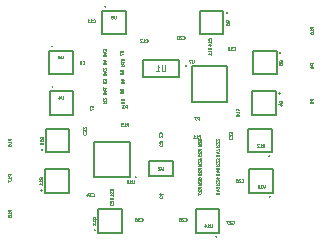
<source format=gbo>
G04 #@! TF.GenerationSoftware,KiCad,Pcbnew,(2018-02-05 revision d1a45d147)-makepkg*
G04 #@! TF.CreationDate,2019-01-11T16:44:05-08:00*
G04 #@! TF.ProjectId,6s4in1,367334696E312E6B696361645F706362,rev?*
G04 #@! TF.SameCoordinates,Original*
G04 #@! TF.FileFunction,Legend,Bot*
G04 #@! TF.FilePolarity,Positive*
%FSLAX46Y46*%
G04 Gerber Fmt 4.6, Leading zero omitted, Abs format (unit mm)*
G04 Created by KiCad (PCBNEW (2018-02-05 revision d1a45d147)-makepkg) date 01/11/19 16:44:05*
%MOMM*%
%LPD*%
G01*
G04 APERTURE LIST*
%ADD10C,0.150000*%
%ADD11C,0.100000*%
%ADD12C,0.062500*%
%ADD13C,0.125000*%
G04 APERTURE END LIST*
D10*
X20585000Y-27415000D02*
X22585000Y-27415000D01*
X22585000Y-27415000D02*
X22585000Y-29415000D01*
X22585000Y-29415000D02*
X20585000Y-29415000D01*
X20585000Y-29415000D02*
X20585000Y-27415000D01*
D11*
X20905711Y-27065000D02*
G75*
G03X20905711Y-27065000I-70711J0D01*
G01*
D10*
X20535000Y-23985000D02*
X22535000Y-23985000D01*
X22535000Y-23985000D02*
X22535000Y-25985000D01*
X22535000Y-25985000D02*
X20535000Y-25985000D01*
X20535000Y-25985000D02*
X20535000Y-23985000D01*
D11*
X20855711Y-23635000D02*
G75*
G03X20855711Y-23635000I-70711J0D01*
G01*
D10*
X25050000Y-20610000D02*
X27050000Y-20610000D01*
X27050000Y-20610000D02*
X27050000Y-22610000D01*
X27050000Y-22610000D02*
X25050000Y-22610000D01*
X25050000Y-22610000D02*
X25050000Y-20610000D01*
D11*
X25370711Y-20260000D02*
G75*
G03X25370711Y-20260000I-70711J0D01*
G01*
X40130711Y-27615000D02*
G75*
G03X40130711Y-27615000I-70711J0D01*
G01*
D10*
X37760000Y-29415000D02*
X39760000Y-29415000D01*
X37760000Y-27415000D02*
X37760000Y-29415000D01*
X39760000Y-27415000D02*
X37760000Y-27415000D01*
X39760000Y-29415000D02*
X39760000Y-27415000D01*
D11*
X40180711Y-24185000D02*
G75*
G03X40180711Y-24185000I-70711J0D01*
G01*
D10*
X37810000Y-25985000D02*
X39810000Y-25985000D01*
X37810000Y-23985000D02*
X37810000Y-25985000D01*
X39810000Y-23985000D02*
X37810000Y-23985000D01*
X39810000Y-25985000D02*
X39810000Y-23985000D01*
D11*
X35665711Y-20810000D02*
G75*
G03X35665711Y-20810000I-70711J0D01*
G01*
D10*
X33295000Y-22610000D02*
X35295000Y-22610000D01*
X33295000Y-20610000D02*
X33295000Y-22610000D01*
X35295000Y-20610000D02*
X33295000Y-20610000D01*
X35295000Y-22610000D02*
X35295000Y-20610000D01*
X20240000Y-30585000D02*
X20240000Y-32585000D01*
X20240000Y-32585000D02*
X22240000Y-32585000D01*
X22240000Y-32585000D02*
X22240000Y-30585000D01*
X22240000Y-30585000D02*
X20240000Y-30585000D01*
D11*
X20010711Y-32385000D02*
G75*
G03X20010711Y-32385000I-70711J0D01*
G01*
D10*
X20190000Y-34015000D02*
X20190000Y-36015000D01*
X20190000Y-36015000D02*
X22190000Y-36015000D01*
X22190000Y-36015000D02*
X22190000Y-34015000D01*
X22190000Y-34015000D02*
X20190000Y-34015000D01*
D11*
X19960711Y-35815000D02*
G75*
G03X19960711Y-35815000I-70711J0D01*
G01*
D10*
X24705000Y-37390000D02*
X24705000Y-39390000D01*
X24705000Y-39390000D02*
X26705000Y-39390000D01*
X26705000Y-39390000D02*
X26705000Y-37390000D01*
X26705000Y-37390000D02*
X24705000Y-37390000D01*
D11*
X24475711Y-39190000D02*
G75*
G03X24475711Y-39190000I-70711J0D01*
G01*
D10*
X31520000Y-26200000D02*
X28480000Y-26200000D01*
X28480000Y-26200000D02*
X28480000Y-24800000D01*
X28480000Y-24800000D02*
X31520000Y-24800000D01*
X31520000Y-26200000D02*
X31520000Y-24800000D01*
X29000000Y-33325000D02*
X31000000Y-33325000D01*
X31000000Y-33325000D02*
X31000000Y-34575000D01*
X29000000Y-33325000D02*
X29000000Y-34575000D01*
X29000000Y-34575000D02*
X31000000Y-34575000D01*
D11*
X32200711Y-25300000D02*
G75*
G03X32200711Y-25300000I-70711J0D01*
G01*
D10*
X32630000Y-28300000D02*
X32630000Y-25300000D01*
X35630000Y-28300000D02*
X32630000Y-28300000D01*
X35630000Y-25300000D02*
X35630000Y-28300000D01*
X32630000Y-25300000D02*
X35630000Y-25300000D01*
D11*
X39235711Y-32935000D02*
G75*
G03X39235711Y-32935000I-70711J0D01*
G01*
D10*
X39415000Y-30585000D02*
X39415000Y-32585000D01*
X37415000Y-30585000D02*
X39415000Y-30585000D01*
X37415000Y-32585000D02*
X37415000Y-30585000D01*
X39415000Y-32585000D02*
X37415000Y-32585000D01*
D11*
X39285711Y-36365000D02*
G75*
G03X39285711Y-36365000I-70711J0D01*
G01*
D10*
X39465000Y-34015000D02*
X39465000Y-36015000D01*
X37465000Y-34015000D02*
X39465000Y-34015000D01*
X37465000Y-36015000D02*
X37465000Y-34015000D01*
X39465000Y-36015000D02*
X37465000Y-36015000D01*
D11*
X34770711Y-39740000D02*
G75*
G03X34770711Y-39740000I-70711J0D01*
G01*
D10*
X34950000Y-37390000D02*
X34950000Y-39390000D01*
X32950000Y-37390000D02*
X34950000Y-37390000D01*
X32950000Y-39390000D02*
X32950000Y-37390000D01*
X34950000Y-39390000D02*
X32950000Y-39390000D01*
X27370000Y-34700000D02*
X24370000Y-34700000D01*
X24370000Y-34700000D02*
X24370000Y-31700000D01*
X24370000Y-31700000D02*
X27370000Y-31700000D01*
X27370000Y-31700000D02*
X27370000Y-34700000D01*
D11*
X27940711Y-34700000D02*
G75*
G03X27940711Y-34700000I-70711J0D01*
G01*
D12*
X33402431Y-35675421D02*
X33283383Y-35592088D01*
X33402431Y-35532564D02*
X33152431Y-35532564D01*
X33152431Y-35627802D01*
X33164336Y-35651612D01*
X33176240Y-35663516D01*
X33200050Y-35675421D01*
X33235764Y-35675421D01*
X33259574Y-35663516D01*
X33271478Y-35651612D01*
X33283383Y-35627802D01*
X33283383Y-35532564D01*
X33176240Y-35770659D02*
X33164336Y-35782564D01*
X33152431Y-35806374D01*
X33152431Y-35865897D01*
X33164336Y-35889707D01*
X33176240Y-35901612D01*
X33200050Y-35913516D01*
X33223859Y-35913516D01*
X33259574Y-35901612D01*
X33402431Y-35758755D01*
X33402431Y-35913516D01*
X33152431Y-35996850D02*
X33152431Y-36163516D01*
X33402431Y-36056374D01*
X17313095Y-37446428D02*
X17063095Y-37446428D01*
X17063095Y-37541666D01*
X17075000Y-37565476D01*
X17086904Y-37577380D01*
X17110714Y-37589285D01*
X17146428Y-37589285D01*
X17170238Y-37577380D01*
X17182142Y-37565476D01*
X17194047Y-37541666D01*
X17194047Y-37446428D01*
X17313095Y-37827380D02*
X17313095Y-37684523D01*
X17313095Y-37755952D02*
X17063095Y-37755952D01*
X17098809Y-37732142D01*
X17122619Y-37708333D01*
X17134523Y-37684523D01*
X17170238Y-37970238D02*
X17158333Y-37946428D01*
X17146428Y-37934523D01*
X17122619Y-37922619D01*
X17110714Y-37922619D01*
X17086904Y-37934523D01*
X17075000Y-37946428D01*
X17063095Y-37970238D01*
X17063095Y-38017857D01*
X17075000Y-38041666D01*
X17086904Y-38053571D01*
X17110714Y-38065476D01*
X17122619Y-38065476D01*
X17146428Y-38053571D01*
X17158333Y-38041666D01*
X17170238Y-38017857D01*
X17170238Y-37970238D01*
X17182142Y-37946428D01*
X17194047Y-37934523D01*
X17217857Y-37922619D01*
X17265476Y-37922619D01*
X17289285Y-37934523D01*
X17301190Y-37946428D01*
X17313095Y-37970238D01*
X17313095Y-38017857D01*
X17301190Y-38041666D01*
X17289285Y-38053571D01*
X17265476Y-38065476D01*
X17217857Y-38065476D01*
X17194047Y-38053571D01*
X17182142Y-38041666D01*
X17170238Y-38017857D01*
X26596904Y-25130714D02*
X26715952Y-25214047D01*
X26596904Y-25273571D02*
X26846904Y-25273571D01*
X26846904Y-25178333D01*
X26835000Y-25154523D01*
X26823095Y-25142619D01*
X26799285Y-25130714D01*
X26763571Y-25130714D01*
X26739761Y-25142619D01*
X26727857Y-25154523D01*
X26715952Y-25178333D01*
X26715952Y-25273571D01*
X26596904Y-24892619D02*
X26596904Y-25035476D01*
X26596904Y-24964047D02*
X26846904Y-24964047D01*
X26811190Y-24987857D01*
X26787380Y-25011666D01*
X26775476Y-25035476D01*
X26846904Y-24737857D02*
X26846904Y-24714047D01*
X26835000Y-24690238D01*
X26823095Y-24678333D01*
X26799285Y-24666428D01*
X26751666Y-24654523D01*
X26692142Y-24654523D01*
X26644523Y-24666428D01*
X26620714Y-24678333D01*
X26608809Y-24690238D01*
X26596904Y-24714047D01*
X26596904Y-24737857D01*
X26608809Y-24761666D01*
X26620714Y-24773571D01*
X26644523Y-24785476D01*
X26692142Y-24797380D01*
X26751666Y-24797380D01*
X26799285Y-24785476D01*
X26823095Y-24773571D01*
X26835000Y-24761666D01*
X26846904Y-24737857D01*
X17313095Y-34446428D02*
X17063095Y-34446428D01*
X17063095Y-34541666D01*
X17075000Y-34565476D01*
X17086904Y-34577380D01*
X17110714Y-34589285D01*
X17146428Y-34589285D01*
X17170238Y-34577380D01*
X17182142Y-34565476D01*
X17194047Y-34541666D01*
X17194047Y-34446428D01*
X17313095Y-34827380D02*
X17313095Y-34684523D01*
X17313095Y-34755952D02*
X17063095Y-34755952D01*
X17098809Y-34732142D01*
X17122619Y-34708333D01*
X17134523Y-34684523D01*
X17063095Y-34910714D02*
X17063095Y-35077380D01*
X17313095Y-34970238D01*
X25097568Y-25934578D02*
X25216616Y-26017911D01*
X25097568Y-26077435D02*
X25347568Y-26077435D01*
X25347568Y-25982197D01*
X25335664Y-25958387D01*
X25323759Y-25946483D01*
X25299949Y-25934578D01*
X25264235Y-25934578D01*
X25240425Y-25946483D01*
X25228521Y-25958387D01*
X25216616Y-25982197D01*
X25216616Y-26077435D01*
X25264235Y-25720292D02*
X25097568Y-25720292D01*
X25359473Y-25779816D02*
X25180902Y-25839340D01*
X25180902Y-25684578D01*
X25323759Y-25601244D02*
X25335664Y-25589340D01*
X25347568Y-25565530D01*
X25347568Y-25506006D01*
X25335664Y-25482197D01*
X25323759Y-25470292D01*
X25299949Y-25458387D01*
X25276140Y-25458387D01*
X25240425Y-25470292D01*
X25097568Y-25613149D01*
X25097568Y-25458387D01*
X25096904Y-25011666D02*
X25215952Y-25095000D01*
X25096904Y-25154523D02*
X25346904Y-25154523D01*
X25346904Y-25059285D01*
X25335000Y-25035476D01*
X25323095Y-25023571D01*
X25299285Y-25011666D01*
X25263571Y-25011666D01*
X25239761Y-25023571D01*
X25227857Y-25035476D01*
X25215952Y-25059285D01*
X25215952Y-25154523D01*
X25263571Y-24797380D02*
X25096904Y-24797380D01*
X25358809Y-24856904D02*
X25180238Y-24916428D01*
X25180238Y-24761666D01*
X26596904Y-26621666D02*
X26715952Y-26705000D01*
X26596904Y-26764523D02*
X26846904Y-26764523D01*
X26846904Y-26669285D01*
X26835000Y-26645476D01*
X26823095Y-26633571D01*
X26799285Y-26621666D01*
X26763571Y-26621666D01*
X26739761Y-26633571D01*
X26727857Y-26645476D01*
X26715952Y-26669285D01*
X26715952Y-26764523D01*
X26596904Y-26502619D02*
X26596904Y-26455000D01*
X26608809Y-26431190D01*
X26620714Y-26419285D01*
X26656428Y-26395476D01*
X26704047Y-26383571D01*
X26799285Y-26383571D01*
X26823095Y-26395476D01*
X26835000Y-26407380D01*
X26846904Y-26431190D01*
X26846904Y-26478809D01*
X26835000Y-26502619D01*
X26823095Y-26514523D01*
X26799285Y-26526428D01*
X26739761Y-26526428D01*
X26715952Y-26514523D01*
X26704047Y-26502619D01*
X26692142Y-26478809D01*
X26692142Y-26431190D01*
X26704047Y-26407380D01*
X26715952Y-26395476D01*
X26739761Y-26383571D01*
X17313095Y-31446428D02*
X17063095Y-31446428D01*
X17063095Y-31541666D01*
X17075000Y-31565476D01*
X17086904Y-31577380D01*
X17110714Y-31589285D01*
X17146428Y-31589285D01*
X17170238Y-31577380D01*
X17182142Y-31565476D01*
X17194047Y-31541666D01*
X17194047Y-31446428D01*
X17313095Y-31827380D02*
X17313095Y-31684523D01*
X17313095Y-31755952D02*
X17063095Y-31755952D01*
X17098809Y-31732142D01*
X17122619Y-31708333D01*
X17134523Y-31684523D01*
X17063095Y-32041666D02*
X17063095Y-31994047D01*
X17075000Y-31970238D01*
X17086904Y-31958333D01*
X17122619Y-31934523D01*
X17170238Y-31922619D01*
X17265476Y-31922619D01*
X17289285Y-31934523D01*
X17301190Y-31946428D01*
X17313095Y-31970238D01*
X17313095Y-32017857D01*
X17301190Y-32041666D01*
X17289285Y-32053571D01*
X17265476Y-32065476D01*
X17205952Y-32065476D01*
X17182142Y-32053571D01*
X17170238Y-32041666D01*
X17158333Y-32017857D01*
X17158333Y-31970238D01*
X17170238Y-31946428D01*
X17182142Y-31934523D01*
X17205952Y-31922619D01*
X27134523Y-28863095D02*
X27134523Y-28613095D01*
X27039285Y-28613095D01*
X27015476Y-28625000D01*
X27003571Y-28636904D01*
X26991666Y-28660714D01*
X26991666Y-28696428D01*
X27003571Y-28720238D01*
X27015476Y-28732142D01*
X27039285Y-28744047D01*
X27134523Y-28744047D01*
X26908333Y-28613095D02*
X26753571Y-28613095D01*
X26836904Y-28708333D01*
X26801190Y-28708333D01*
X26777380Y-28720238D01*
X26765476Y-28732142D01*
X26753571Y-28755952D01*
X26753571Y-28815476D01*
X26765476Y-28839285D01*
X26777380Y-28851190D01*
X26801190Y-28863095D01*
X26872619Y-28863095D01*
X26896428Y-28851190D01*
X26908333Y-28839285D01*
X42913095Y-21946428D02*
X42663095Y-21946428D01*
X42663095Y-22041666D01*
X42675000Y-22065476D01*
X42686904Y-22077380D01*
X42710714Y-22089285D01*
X42746428Y-22089285D01*
X42770238Y-22077380D01*
X42782142Y-22065476D01*
X42794047Y-22041666D01*
X42794047Y-21946428D01*
X42913095Y-22327380D02*
X42913095Y-22184523D01*
X42913095Y-22255952D02*
X42663095Y-22255952D01*
X42698809Y-22232142D01*
X42722619Y-22208333D01*
X42734523Y-22184523D01*
X42663095Y-22482142D02*
X42663095Y-22505952D01*
X42675000Y-22529761D01*
X42686904Y-22541666D01*
X42710714Y-22553571D01*
X42758333Y-22565476D01*
X42817857Y-22565476D01*
X42865476Y-22553571D01*
X42889285Y-22541666D01*
X42901190Y-22529761D01*
X42913095Y-22505952D01*
X42913095Y-22482142D01*
X42901190Y-22458333D01*
X42889285Y-22446428D01*
X42865476Y-22434523D01*
X42817857Y-22422619D01*
X42758333Y-22422619D01*
X42710714Y-22434523D01*
X42686904Y-22446428D01*
X42675000Y-22458333D01*
X42663095Y-22482142D01*
X42913095Y-25065476D02*
X42663095Y-25065476D01*
X42663095Y-25160714D01*
X42675000Y-25184523D01*
X42686904Y-25196428D01*
X42710714Y-25208333D01*
X42746428Y-25208333D01*
X42770238Y-25196428D01*
X42782142Y-25184523D01*
X42794047Y-25160714D01*
X42794047Y-25065476D01*
X42913095Y-25327380D02*
X42913095Y-25375000D01*
X42901190Y-25398809D01*
X42889285Y-25410714D01*
X42853571Y-25434523D01*
X42805952Y-25446428D01*
X42710714Y-25446428D01*
X42686904Y-25434523D01*
X42675000Y-25422619D01*
X42663095Y-25398809D01*
X42663095Y-25351190D01*
X42675000Y-25327380D01*
X42686904Y-25315476D01*
X42710714Y-25303571D01*
X42770238Y-25303571D01*
X42794047Y-25315476D01*
X42805952Y-25327380D01*
X42817857Y-25351190D01*
X42817857Y-25398809D01*
X42805952Y-25422619D01*
X42794047Y-25434523D01*
X42770238Y-25446428D01*
X42913095Y-28065476D02*
X42663095Y-28065476D01*
X42663095Y-28160714D01*
X42675000Y-28184523D01*
X42686904Y-28196428D01*
X42710714Y-28208333D01*
X42746428Y-28208333D01*
X42770238Y-28196428D01*
X42782142Y-28184523D01*
X42794047Y-28160714D01*
X42794047Y-28065476D01*
X42770238Y-28351190D02*
X42758333Y-28327380D01*
X42746428Y-28315476D01*
X42722619Y-28303571D01*
X42710714Y-28303571D01*
X42686904Y-28315476D01*
X42675000Y-28327380D01*
X42663095Y-28351190D01*
X42663095Y-28398809D01*
X42675000Y-28422619D01*
X42686904Y-28434523D01*
X42710714Y-28446428D01*
X42722619Y-28446428D01*
X42746428Y-28434523D01*
X42758333Y-28422619D01*
X42770238Y-28398809D01*
X42770238Y-28351190D01*
X42782142Y-28327380D01*
X42794047Y-28315476D01*
X42817857Y-28303571D01*
X42865476Y-28303571D01*
X42889285Y-28315476D01*
X42901190Y-28327380D01*
X42913095Y-28351190D01*
X42913095Y-28398809D01*
X42901190Y-28422619D01*
X42889285Y-28434523D01*
X42865476Y-28446428D01*
X42817857Y-28446428D01*
X42794047Y-28434523D01*
X42782142Y-28422619D01*
X42770238Y-28398809D01*
X30089285Y-31068333D02*
X30101190Y-31056428D01*
X30113095Y-31020714D01*
X30113095Y-30996904D01*
X30101190Y-30961190D01*
X30077380Y-30937380D01*
X30053571Y-30925476D01*
X30005952Y-30913571D01*
X29970238Y-30913571D01*
X29922619Y-30925476D01*
X29898809Y-30937380D01*
X29875000Y-30961190D01*
X29863095Y-30996904D01*
X29863095Y-31020714D01*
X29875000Y-31056428D01*
X29886904Y-31068333D01*
X29886904Y-31163571D02*
X29875000Y-31175476D01*
X29863095Y-31199285D01*
X29863095Y-31258809D01*
X29875000Y-31282619D01*
X29886904Y-31294523D01*
X29910714Y-31306428D01*
X29934523Y-31306428D01*
X29970238Y-31294523D01*
X30113095Y-31151666D01*
X30113095Y-31306428D01*
X24199285Y-28783333D02*
X24211190Y-28771428D01*
X24223095Y-28735714D01*
X24223095Y-28711904D01*
X24211190Y-28676190D01*
X24187380Y-28652380D01*
X24163571Y-28640476D01*
X24115952Y-28628571D01*
X24080238Y-28628571D01*
X24032619Y-28640476D01*
X24008809Y-28652380D01*
X23985000Y-28676190D01*
X23973095Y-28711904D01*
X23973095Y-28735714D01*
X23985000Y-28771428D01*
X23996904Y-28783333D01*
X23973095Y-28866666D02*
X23973095Y-29033333D01*
X24223095Y-28926190D01*
X23371666Y-25089285D02*
X23383571Y-25101190D01*
X23419285Y-25113095D01*
X23443095Y-25113095D01*
X23478809Y-25101190D01*
X23502619Y-25077380D01*
X23514523Y-25053571D01*
X23526428Y-25005952D01*
X23526428Y-24970238D01*
X23514523Y-24922619D01*
X23502619Y-24898809D01*
X23478809Y-24875000D01*
X23443095Y-24863095D01*
X23419285Y-24863095D01*
X23383571Y-24875000D01*
X23371666Y-24886904D01*
X23252619Y-25113095D02*
X23205000Y-25113095D01*
X23181190Y-25101190D01*
X23169285Y-25089285D01*
X23145476Y-25053571D01*
X23133571Y-25005952D01*
X23133571Y-24910714D01*
X23145476Y-24886904D01*
X23157380Y-24875000D01*
X23181190Y-24863095D01*
X23228809Y-24863095D01*
X23252619Y-24875000D01*
X23264523Y-24886904D01*
X23276428Y-24910714D01*
X23276428Y-24970238D01*
X23264523Y-24994047D01*
X23252619Y-25005952D01*
X23228809Y-25017857D01*
X23181190Y-25017857D01*
X23157380Y-25005952D01*
X23145476Y-24994047D01*
X23133571Y-24970238D01*
X24280714Y-21564285D02*
X24292619Y-21576190D01*
X24328333Y-21588095D01*
X24352142Y-21588095D01*
X24387857Y-21576190D01*
X24411666Y-21552380D01*
X24423571Y-21528571D01*
X24435476Y-21480952D01*
X24435476Y-21445238D01*
X24423571Y-21397619D01*
X24411666Y-21373809D01*
X24387857Y-21350000D01*
X24352142Y-21338095D01*
X24328333Y-21338095D01*
X24292619Y-21350000D01*
X24280714Y-21361904D01*
X24042619Y-21588095D02*
X24185476Y-21588095D01*
X24114047Y-21588095D02*
X24114047Y-21338095D01*
X24137857Y-21373809D01*
X24161666Y-21397619D01*
X24185476Y-21409523D01*
X23804523Y-21588095D02*
X23947380Y-21588095D01*
X23875952Y-21588095D02*
X23875952Y-21338095D01*
X23899761Y-21373809D01*
X23923571Y-21397619D01*
X23947380Y-21409523D01*
X28720714Y-23229285D02*
X28732619Y-23241190D01*
X28768333Y-23253095D01*
X28792142Y-23253095D01*
X28827857Y-23241190D01*
X28851666Y-23217380D01*
X28863571Y-23193571D01*
X28875476Y-23145952D01*
X28875476Y-23110238D01*
X28863571Y-23062619D01*
X28851666Y-23038809D01*
X28827857Y-23015000D01*
X28792142Y-23003095D01*
X28768333Y-23003095D01*
X28732619Y-23015000D01*
X28720714Y-23026904D01*
X28482619Y-23253095D02*
X28625476Y-23253095D01*
X28554047Y-23253095D02*
X28554047Y-23003095D01*
X28577857Y-23038809D01*
X28601666Y-23062619D01*
X28625476Y-23074523D01*
X28387380Y-23026904D02*
X28375476Y-23015000D01*
X28351666Y-23003095D01*
X28292142Y-23003095D01*
X28268333Y-23015000D01*
X28256428Y-23026904D01*
X28244523Y-23050714D01*
X28244523Y-23074523D01*
X28256428Y-23110238D01*
X28399285Y-23253095D01*
X28244523Y-23253095D01*
X25096904Y-28231666D02*
X25215952Y-28315000D01*
X25096904Y-28374523D02*
X25346904Y-28374523D01*
X25346904Y-28279285D01*
X25335000Y-28255476D01*
X25323095Y-28243571D01*
X25299285Y-28231666D01*
X25263571Y-28231666D01*
X25239761Y-28243571D01*
X25227857Y-28255476D01*
X25215952Y-28279285D01*
X25215952Y-28374523D01*
X25323095Y-28136428D02*
X25335000Y-28124523D01*
X25346904Y-28100714D01*
X25346904Y-28041190D01*
X25335000Y-28017380D01*
X25323095Y-28005476D01*
X25299285Y-27993571D01*
X25275476Y-27993571D01*
X25239761Y-28005476D01*
X25096904Y-28148333D01*
X25096904Y-27993571D01*
X25096904Y-26621666D02*
X25215952Y-26705000D01*
X25096904Y-26764523D02*
X25346904Y-26764523D01*
X25346904Y-26669285D01*
X25335000Y-26645476D01*
X25323095Y-26633571D01*
X25299285Y-26621666D01*
X25263571Y-26621666D01*
X25239761Y-26633571D01*
X25227857Y-26645476D01*
X25215952Y-26669285D01*
X25215952Y-26764523D01*
X25346904Y-26538333D02*
X25346904Y-26383571D01*
X25251666Y-26466904D01*
X25251666Y-26431190D01*
X25239761Y-26407380D01*
X25227857Y-26395476D01*
X25204047Y-26383571D01*
X25144523Y-26383571D01*
X25120714Y-26395476D01*
X25108809Y-26407380D01*
X25096904Y-26431190D01*
X25096904Y-26502619D01*
X25108809Y-26526428D01*
X25120714Y-26538333D01*
X26823759Y-27342197D02*
X26704711Y-27258864D01*
X26823759Y-27199340D02*
X26573759Y-27199340D01*
X26573759Y-27294578D01*
X26585664Y-27318387D01*
X26597568Y-27330292D01*
X26621378Y-27342197D01*
X26657092Y-27342197D01*
X26680902Y-27330292D01*
X26692806Y-27318387D01*
X26704711Y-27294578D01*
X26704711Y-27199340D01*
X26573759Y-27568387D02*
X26573759Y-27449340D01*
X26692806Y-27437435D01*
X26680902Y-27449340D01*
X26668997Y-27473149D01*
X26668997Y-27532673D01*
X26680902Y-27556483D01*
X26692806Y-27568387D01*
X26716616Y-27580292D01*
X26776140Y-27580292D01*
X26799949Y-27568387D01*
X26811854Y-27556483D01*
X26823759Y-27532673D01*
X26823759Y-27473149D01*
X26811854Y-27449340D01*
X26799949Y-27437435D01*
X26823759Y-25732197D02*
X26704711Y-25648864D01*
X26823759Y-25589340D02*
X26573759Y-25589340D01*
X26573759Y-25684578D01*
X26585664Y-25708387D01*
X26597568Y-25720292D01*
X26621378Y-25732197D01*
X26657092Y-25732197D01*
X26680902Y-25720292D01*
X26692806Y-25708387D01*
X26704711Y-25684578D01*
X26704711Y-25589340D01*
X26573759Y-25946483D02*
X26573759Y-25898864D01*
X26585664Y-25875054D01*
X26597568Y-25863149D01*
X26633283Y-25839340D01*
X26680902Y-25827435D01*
X26776140Y-25827435D01*
X26799949Y-25839340D01*
X26811854Y-25851244D01*
X26823759Y-25875054D01*
X26823759Y-25922673D01*
X26811854Y-25946483D01*
X26799949Y-25958387D01*
X26776140Y-25970292D01*
X26716616Y-25970292D01*
X26692806Y-25958387D01*
X26680902Y-25946483D01*
X26668997Y-25922673D01*
X26668997Y-25875054D01*
X26680902Y-25851244D01*
X26692806Y-25839340D01*
X26716616Y-25827435D01*
X26823759Y-24122197D02*
X26704711Y-24038864D01*
X26823759Y-23979340D02*
X26573759Y-23979340D01*
X26573759Y-24074578D01*
X26585664Y-24098387D01*
X26597568Y-24110292D01*
X26621378Y-24122197D01*
X26657092Y-24122197D01*
X26680902Y-24110292D01*
X26692806Y-24098387D01*
X26704711Y-24074578D01*
X26704711Y-23979340D01*
X26573759Y-24205530D02*
X26573759Y-24372197D01*
X26823759Y-24265054D01*
X26596904Y-28291666D02*
X26715952Y-28375000D01*
X26596904Y-28434523D02*
X26846904Y-28434523D01*
X26846904Y-28339285D01*
X26835000Y-28315476D01*
X26823095Y-28303571D01*
X26799285Y-28291666D01*
X26763571Y-28291666D01*
X26739761Y-28303571D01*
X26727857Y-28315476D01*
X26715952Y-28339285D01*
X26715952Y-28434523D01*
X26739761Y-28148809D02*
X26751666Y-28172619D01*
X26763571Y-28184523D01*
X26787380Y-28196428D01*
X26799285Y-28196428D01*
X26823095Y-28184523D01*
X26835000Y-28172619D01*
X26846904Y-28148809D01*
X26846904Y-28101190D01*
X26835000Y-28077380D01*
X26823095Y-28065476D01*
X26799285Y-28053571D01*
X26787380Y-28053571D01*
X26763571Y-28065476D01*
X26751666Y-28077380D01*
X26739761Y-28101190D01*
X26739761Y-28148809D01*
X26727857Y-28172619D01*
X26715952Y-28184523D01*
X26692142Y-28196428D01*
X26644523Y-28196428D01*
X26620714Y-28184523D01*
X26608809Y-28172619D01*
X26596904Y-28148809D01*
X26596904Y-28101190D01*
X26608809Y-28077380D01*
X26620714Y-28065476D01*
X26644523Y-28053571D01*
X26692142Y-28053571D01*
X26715952Y-28065476D01*
X26727857Y-28077380D01*
X26739761Y-28101190D01*
X21725476Y-27828095D02*
X21725476Y-28030476D01*
X21713571Y-28054285D01*
X21701666Y-28066190D01*
X21677857Y-28078095D01*
X21630238Y-28078095D01*
X21606428Y-28066190D01*
X21594523Y-28054285D01*
X21582619Y-28030476D01*
X21582619Y-27828095D01*
X21356428Y-27911428D02*
X21356428Y-28078095D01*
X21415952Y-27816190D02*
X21475476Y-27994761D01*
X21320714Y-27994761D01*
X21675476Y-24398095D02*
X21675476Y-24600476D01*
X21663571Y-24624285D01*
X21651666Y-24636190D01*
X21627857Y-24648095D01*
X21580238Y-24648095D01*
X21556428Y-24636190D01*
X21544523Y-24624285D01*
X21532619Y-24600476D01*
X21532619Y-24398095D01*
X21294523Y-24398095D02*
X21413571Y-24398095D01*
X21425476Y-24517142D01*
X21413571Y-24505238D01*
X21389761Y-24493333D01*
X21330238Y-24493333D01*
X21306428Y-24505238D01*
X21294523Y-24517142D01*
X21282619Y-24540952D01*
X21282619Y-24600476D01*
X21294523Y-24624285D01*
X21306428Y-24636190D01*
X21330238Y-24648095D01*
X21389761Y-24648095D01*
X21413571Y-24636190D01*
X21425476Y-24624285D01*
X26190476Y-21023095D02*
X26190476Y-21225476D01*
X26178571Y-21249285D01*
X26166666Y-21261190D01*
X26142857Y-21273095D01*
X26095238Y-21273095D01*
X26071428Y-21261190D01*
X26059523Y-21249285D01*
X26047619Y-21225476D01*
X26047619Y-21023095D01*
X25821428Y-21023095D02*
X25869047Y-21023095D01*
X25892857Y-21035000D01*
X25904761Y-21046904D01*
X25928571Y-21082619D01*
X25940476Y-21130238D01*
X25940476Y-21225476D01*
X25928571Y-21249285D01*
X25916666Y-21261190D01*
X25892857Y-21273095D01*
X25845238Y-21273095D01*
X25821428Y-21261190D01*
X25809523Y-21249285D01*
X25797619Y-21225476D01*
X25797619Y-21165952D01*
X25809523Y-21142142D01*
X25821428Y-21130238D01*
X25845238Y-21118333D01*
X25892857Y-21118333D01*
X25916666Y-21130238D01*
X25928571Y-21142142D01*
X25940476Y-21165952D01*
X25097568Y-27544578D02*
X25216616Y-27627911D01*
X25097568Y-27687435D02*
X25347568Y-27687435D01*
X25347568Y-27592197D01*
X25335664Y-27568387D01*
X25323759Y-27556483D01*
X25299949Y-27544578D01*
X25264235Y-27544578D01*
X25240425Y-27556483D01*
X25228521Y-27568387D01*
X25216616Y-27592197D01*
X25216616Y-27687435D01*
X25264235Y-27330292D02*
X25097568Y-27330292D01*
X25359473Y-27389816D02*
X25180902Y-27449340D01*
X25180902Y-27294578D01*
X25097568Y-27068387D02*
X25097568Y-27211244D01*
X25097568Y-27139816D02*
X25347568Y-27139816D01*
X25311854Y-27163625D01*
X25288044Y-27187435D01*
X25276140Y-27211244D01*
X25097568Y-24324578D02*
X25216616Y-24407911D01*
X25097568Y-24467435D02*
X25347568Y-24467435D01*
X25347568Y-24372197D01*
X25335664Y-24348387D01*
X25323759Y-24336483D01*
X25299949Y-24324578D01*
X25264235Y-24324578D01*
X25240425Y-24336483D01*
X25228521Y-24348387D01*
X25216616Y-24372197D01*
X25216616Y-24467435D01*
X25264235Y-24110292D02*
X25097568Y-24110292D01*
X25359473Y-24169816D02*
X25180902Y-24229340D01*
X25180902Y-24074578D01*
X25347568Y-24003149D02*
X25347568Y-23848387D01*
X25252330Y-23931721D01*
X25252330Y-23896006D01*
X25240425Y-23872197D01*
X25228521Y-23860292D01*
X25204711Y-23848387D01*
X25145187Y-23848387D01*
X25121378Y-23860292D01*
X25109473Y-23872197D01*
X25097568Y-23896006D01*
X25097568Y-23967435D01*
X25109473Y-23991244D01*
X25121378Y-24003149D01*
X29910714Y-31911666D02*
X29898809Y-31923571D01*
X29886904Y-31959285D01*
X29886904Y-31983095D01*
X29898809Y-32018809D01*
X29922619Y-32042619D01*
X29946428Y-32054523D01*
X29994047Y-32066428D01*
X30029761Y-32066428D01*
X30077380Y-32054523D01*
X30101190Y-32042619D01*
X30125000Y-32018809D01*
X30136904Y-31983095D01*
X30136904Y-31959285D01*
X30125000Y-31923571D01*
X30113095Y-31911666D01*
X30136904Y-31828333D02*
X30136904Y-31673571D01*
X30041666Y-31756904D01*
X30041666Y-31721190D01*
X30029761Y-31697380D01*
X30017857Y-31685476D01*
X29994047Y-31673571D01*
X29934523Y-31673571D01*
X29910714Y-31685476D01*
X29898809Y-31697380D01*
X29886904Y-31721190D01*
X29886904Y-31792619D01*
X29898809Y-31816428D01*
X29910714Y-31828333D01*
X29910714Y-36311666D02*
X29898809Y-36323571D01*
X29886904Y-36359285D01*
X29886904Y-36383095D01*
X29898809Y-36418809D01*
X29922619Y-36442619D01*
X29946428Y-36454523D01*
X29994047Y-36466428D01*
X30029761Y-36466428D01*
X30077380Y-36454523D01*
X30101190Y-36442619D01*
X30125000Y-36418809D01*
X30136904Y-36383095D01*
X30136904Y-36359285D01*
X30125000Y-36323571D01*
X30113095Y-36311666D01*
X30053571Y-36097380D02*
X29886904Y-36097380D01*
X30148809Y-36156904D02*
X29970238Y-36216428D01*
X29970238Y-36061666D01*
X34249285Y-23089285D02*
X34261190Y-23077380D01*
X34273095Y-23041666D01*
X34273095Y-23017857D01*
X34261190Y-22982142D01*
X34237380Y-22958333D01*
X34213571Y-22946428D01*
X34165952Y-22934523D01*
X34130238Y-22934523D01*
X34082619Y-22946428D01*
X34058809Y-22958333D01*
X34035000Y-22982142D01*
X34023095Y-23017857D01*
X34023095Y-23041666D01*
X34035000Y-23077380D01*
X34046904Y-23089285D01*
X34273095Y-23327380D02*
X34273095Y-23184523D01*
X34273095Y-23255952D02*
X34023095Y-23255952D01*
X34058809Y-23232142D01*
X34082619Y-23208333D01*
X34094523Y-23184523D01*
X34106428Y-23541666D02*
X34273095Y-23541666D01*
X34011190Y-23482142D02*
X34189761Y-23422619D01*
X34189761Y-23577380D01*
X36559285Y-29049285D02*
X36571190Y-29037380D01*
X36583095Y-29001666D01*
X36583095Y-28977857D01*
X36571190Y-28942142D01*
X36547380Y-28918333D01*
X36523571Y-28906428D01*
X36475952Y-28894523D01*
X36440238Y-28894523D01*
X36392619Y-28906428D01*
X36368809Y-28918333D01*
X36345000Y-28942142D01*
X36333095Y-28977857D01*
X36333095Y-29001666D01*
X36345000Y-29037380D01*
X36356904Y-29049285D01*
X36583095Y-29287380D02*
X36583095Y-29144523D01*
X36583095Y-29215952D02*
X36333095Y-29215952D01*
X36368809Y-29192142D01*
X36392619Y-29168333D01*
X36404523Y-29144523D01*
X36333095Y-29501666D02*
X36333095Y-29454047D01*
X36345000Y-29430238D01*
X36356904Y-29418333D01*
X36392619Y-29394523D01*
X36440238Y-29382619D01*
X36535476Y-29382619D01*
X36559285Y-29394523D01*
X36571190Y-29406428D01*
X36583095Y-29430238D01*
X36583095Y-29477857D01*
X36571190Y-29501666D01*
X36559285Y-29513571D01*
X36535476Y-29525476D01*
X36475952Y-29525476D01*
X36452142Y-29513571D01*
X36440238Y-29501666D01*
X36428333Y-29477857D01*
X36428333Y-29430238D01*
X36440238Y-29406428D01*
X36452142Y-29394523D01*
X36475952Y-29382619D01*
X36130714Y-23899285D02*
X36142619Y-23911190D01*
X36178333Y-23923095D01*
X36202142Y-23923095D01*
X36237857Y-23911190D01*
X36261666Y-23887380D01*
X36273571Y-23863571D01*
X36285476Y-23815952D01*
X36285476Y-23780238D01*
X36273571Y-23732619D01*
X36261666Y-23708809D01*
X36237857Y-23685000D01*
X36202142Y-23673095D01*
X36178333Y-23673095D01*
X36142619Y-23685000D01*
X36130714Y-23696904D01*
X35892619Y-23923095D02*
X36035476Y-23923095D01*
X35964047Y-23923095D02*
X35964047Y-23673095D01*
X35987857Y-23708809D01*
X36011666Y-23732619D01*
X36035476Y-23744523D01*
X35749761Y-23780238D02*
X35773571Y-23768333D01*
X35785476Y-23756428D01*
X35797380Y-23732619D01*
X35797380Y-23720714D01*
X35785476Y-23696904D01*
X35773571Y-23685000D01*
X35749761Y-23673095D01*
X35702142Y-23673095D01*
X35678333Y-23685000D01*
X35666428Y-23696904D01*
X35654523Y-23720714D01*
X35654523Y-23732619D01*
X35666428Y-23756428D01*
X35678333Y-23768333D01*
X35702142Y-23780238D01*
X35749761Y-23780238D01*
X35773571Y-23792142D01*
X35785476Y-23804047D01*
X35797380Y-23827857D01*
X35797380Y-23875476D01*
X35785476Y-23899285D01*
X35773571Y-23911190D01*
X35749761Y-23923095D01*
X35702142Y-23923095D01*
X35678333Y-23911190D01*
X35666428Y-23899285D01*
X35654523Y-23875476D01*
X35654523Y-23827857D01*
X35666428Y-23804047D01*
X35678333Y-23792142D01*
X35702142Y-23780238D01*
X31860714Y-22979285D02*
X31872619Y-22991190D01*
X31908333Y-23003095D01*
X31932142Y-23003095D01*
X31967857Y-22991190D01*
X31991666Y-22967380D01*
X32003571Y-22943571D01*
X32015476Y-22895952D01*
X32015476Y-22860238D01*
X32003571Y-22812619D01*
X31991666Y-22788809D01*
X31967857Y-22765000D01*
X31932142Y-22753095D01*
X31908333Y-22753095D01*
X31872619Y-22765000D01*
X31860714Y-22776904D01*
X31765476Y-22776904D02*
X31753571Y-22765000D01*
X31729761Y-22753095D01*
X31670238Y-22753095D01*
X31646428Y-22765000D01*
X31634523Y-22776904D01*
X31622619Y-22800714D01*
X31622619Y-22824523D01*
X31634523Y-22860238D01*
X31777380Y-23003095D01*
X31622619Y-23003095D01*
X31467857Y-22753095D02*
X31444047Y-22753095D01*
X31420238Y-22765000D01*
X31408333Y-22776904D01*
X31396428Y-22800714D01*
X31384523Y-22848333D01*
X31384523Y-22907857D01*
X31396428Y-22955476D01*
X31408333Y-22979285D01*
X31420238Y-22991190D01*
X31444047Y-23003095D01*
X31467857Y-23003095D01*
X31491666Y-22991190D01*
X31503571Y-22979285D01*
X31515476Y-22955476D01*
X31527380Y-22907857D01*
X31527380Y-22848333D01*
X31515476Y-22800714D01*
X31503571Y-22776904D01*
X31491666Y-22765000D01*
X31467857Y-22753095D01*
X35800714Y-31335714D02*
X35788809Y-31347619D01*
X35776904Y-31383333D01*
X35776904Y-31407142D01*
X35788809Y-31442857D01*
X35812619Y-31466666D01*
X35836428Y-31478571D01*
X35884047Y-31490476D01*
X35919761Y-31490476D01*
X35967380Y-31478571D01*
X35991190Y-31466666D01*
X36015000Y-31442857D01*
X36026904Y-31407142D01*
X36026904Y-31383333D01*
X36015000Y-31347619D01*
X36003095Y-31335714D01*
X36003095Y-31240476D02*
X36015000Y-31228571D01*
X36026904Y-31204761D01*
X36026904Y-31145238D01*
X36015000Y-31121428D01*
X36003095Y-31109523D01*
X35979285Y-31097619D01*
X35955476Y-31097619D01*
X35919761Y-31109523D01*
X35776904Y-31252380D01*
X35776904Y-31097619D01*
X36026904Y-31014285D02*
X36026904Y-30859523D01*
X35931666Y-30942857D01*
X35931666Y-30907142D01*
X35919761Y-30883333D01*
X35907857Y-30871428D01*
X35884047Y-30859523D01*
X35824523Y-30859523D01*
X35800714Y-30871428D01*
X35788809Y-30883333D01*
X35776904Y-30907142D01*
X35776904Y-30978571D01*
X35788809Y-31002380D01*
X35800714Y-31014285D01*
X36830714Y-35089285D02*
X36842619Y-35101190D01*
X36878333Y-35113095D01*
X36902142Y-35113095D01*
X36937857Y-35101190D01*
X36961666Y-35077380D01*
X36973571Y-35053571D01*
X36985476Y-35005952D01*
X36985476Y-34970238D01*
X36973571Y-34922619D01*
X36961666Y-34898809D01*
X36937857Y-34875000D01*
X36902142Y-34863095D01*
X36878333Y-34863095D01*
X36842619Y-34875000D01*
X36830714Y-34886904D01*
X36735476Y-34886904D02*
X36723571Y-34875000D01*
X36699761Y-34863095D01*
X36640238Y-34863095D01*
X36616428Y-34875000D01*
X36604523Y-34886904D01*
X36592619Y-34910714D01*
X36592619Y-34934523D01*
X36604523Y-34970238D01*
X36747380Y-35113095D01*
X36592619Y-35113095D01*
X36366428Y-34863095D02*
X36485476Y-34863095D01*
X36497380Y-34982142D01*
X36485476Y-34970238D01*
X36461666Y-34958333D01*
X36402142Y-34958333D01*
X36378333Y-34970238D01*
X36366428Y-34982142D01*
X36354523Y-35005952D01*
X36354523Y-35065476D01*
X36366428Y-35089285D01*
X36378333Y-35101190D01*
X36402142Y-35113095D01*
X36461666Y-35113095D01*
X36485476Y-35101190D01*
X36497380Y-35089285D01*
X36040714Y-38614285D02*
X36052619Y-38626190D01*
X36088333Y-38638095D01*
X36112142Y-38638095D01*
X36147857Y-38626190D01*
X36171666Y-38602380D01*
X36183571Y-38578571D01*
X36195476Y-38530952D01*
X36195476Y-38495238D01*
X36183571Y-38447619D01*
X36171666Y-38423809D01*
X36147857Y-38400000D01*
X36112142Y-38388095D01*
X36088333Y-38388095D01*
X36052619Y-38400000D01*
X36040714Y-38411904D01*
X35945476Y-38411904D02*
X35933571Y-38400000D01*
X35909761Y-38388095D01*
X35850238Y-38388095D01*
X35826428Y-38400000D01*
X35814523Y-38411904D01*
X35802619Y-38435714D01*
X35802619Y-38459523D01*
X35814523Y-38495238D01*
X35957380Y-38638095D01*
X35802619Y-38638095D01*
X35719285Y-38388095D02*
X35552619Y-38388095D01*
X35659761Y-38638095D01*
X32020714Y-38369285D02*
X32032619Y-38381190D01*
X32068333Y-38393095D01*
X32092142Y-38393095D01*
X32127857Y-38381190D01*
X32151666Y-38357380D01*
X32163571Y-38333571D01*
X32175476Y-38285952D01*
X32175476Y-38250238D01*
X32163571Y-38202619D01*
X32151666Y-38178809D01*
X32127857Y-38155000D01*
X32092142Y-38143095D01*
X32068333Y-38143095D01*
X32032619Y-38155000D01*
X32020714Y-38166904D01*
X31925476Y-38166904D02*
X31913571Y-38155000D01*
X31889761Y-38143095D01*
X31830238Y-38143095D01*
X31806428Y-38155000D01*
X31794523Y-38166904D01*
X31782619Y-38190714D01*
X31782619Y-38214523D01*
X31794523Y-38250238D01*
X31937380Y-38393095D01*
X31782619Y-38393095D01*
X31639761Y-38250238D02*
X31663571Y-38238333D01*
X31675476Y-38226428D01*
X31687380Y-38202619D01*
X31687380Y-38190714D01*
X31675476Y-38166904D01*
X31663571Y-38155000D01*
X31639761Y-38143095D01*
X31592142Y-38143095D01*
X31568333Y-38155000D01*
X31556428Y-38166904D01*
X31544523Y-38190714D01*
X31544523Y-38202619D01*
X31556428Y-38226428D01*
X31568333Y-38238333D01*
X31592142Y-38250238D01*
X31639761Y-38250238D01*
X31663571Y-38262142D01*
X31675476Y-38274047D01*
X31687380Y-38297857D01*
X31687380Y-38345476D01*
X31675476Y-38369285D01*
X31663571Y-38381190D01*
X31639761Y-38393095D01*
X31592142Y-38393095D01*
X31568333Y-38381190D01*
X31556428Y-38369285D01*
X31544523Y-38345476D01*
X31544523Y-38297857D01*
X31556428Y-38274047D01*
X31568333Y-38262142D01*
X31592142Y-38250238D01*
X25750714Y-36910714D02*
X25738809Y-36922619D01*
X25726904Y-36958333D01*
X25726904Y-36982142D01*
X25738809Y-37017857D01*
X25762619Y-37041666D01*
X25786428Y-37053571D01*
X25834047Y-37065476D01*
X25869761Y-37065476D01*
X25917380Y-37053571D01*
X25941190Y-37041666D01*
X25965000Y-37017857D01*
X25976904Y-36982142D01*
X25976904Y-36958333D01*
X25965000Y-36922619D01*
X25953095Y-36910714D01*
X25976904Y-36827380D02*
X25976904Y-36672619D01*
X25881666Y-36755952D01*
X25881666Y-36720238D01*
X25869761Y-36696428D01*
X25857857Y-36684523D01*
X25834047Y-36672619D01*
X25774523Y-36672619D01*
X25750714Y-36684523D01*
X25738809Y-36696428D01*
X25726904Y-36720238D01*
X25726904Y-36791666D01*
X25738809Y-36815476D01*
X25750714Y-36827380D01*
X25976904Y-36517857D02*
X25976904Y-36494047D01*
X25965000Y-36470238D01*
X25953095Y-36458333D01*
X25929285Y-36446428D01*
X25881666Y-36434523D01*
X25822142Y-36434523D01*
X25774523Y-36446428D01*
X25750714Y-36458333D01*
X25738809Y-36470238D01*
X25726904Y-36494047D01*
X25726904Y-36517857D01*
X25738809Y-36541666D01*
X25750714Y-36553571D01*
X25774523Y-36565476D01*
X25822142Y-36577380D01*
X25881666Y-36577380D01*
X25929285Y-36565476D01*
X25953095Y-36553571D01*
X25965000Y-36541666D01*
X25976904Y-36517857D01*
X23440714Y-30950714D02*
X23428809Y-30962619D01*
X23416904Y-30998333D01*
X23416904Y-31022142D01*
X23428809Y-31057857D01*
X23452619Y-31081666D01*
X23476428Y-31093571D01*
X23524047Y-31105476D01*
X23559761Y-31105476D01*
X23607380Y-31093571D01*
X23631190Y-31081666D01*
X23655000Y-31057857D01*
X23666904Y-31022142D01*
X23666904Y-30998333D01*
X23655000Y-30962619D01*
X23643095Y-30950714D01*
X23666904Y-30867380D02*
X23666904Y-30712619D01*
X23571666Y-30795952D01*
X23571666Y-30760238D01*
X23559761Y-30736428D01*
X23547857Y-30724523D01*
X23524047Y-30712619D01*
X23464523Y-30712619D01*
X23440714Y-30724523D01*
X23428809Y-30736428D01*
X23416904Y-30760238D01*
X23416904Y-30831666D01*
X23428809Y-30855476D01*
X23440714Y-30867380D01*
X23643095Y-30617380D02*
X23655000Y-30605476D01*
X23666904Y-30581666D01*
X23666904Y-30522142D01*
X23655000Y-30498333D01*
X23643095Y-30486428D01*
X23619285Y-30474523D01*
X23595476Y-30474523D01*
X23559761Y-30486428D01*
X23416904Y-30629285D01*
X23416904Y-30474523D01*
X24190714Y-36279285D02*
X24202619Y-36291190D01*
X24238333Y-36303095D01*
X24262142Y-36303095D01*
X24297857Y-36291190D01*
X24321666Y-36267380D01*
X24333571Y-36243571D01*
X24345476Y-36195952D01*
X24345476Y-36160238D01*
X24333571Y-36112619D01*
X24321666Y-36088809D01*
X24297857Y-36065000D01*
X24262142Y-36053095D01*
X24238333Y-36053095D01*
X24202619Y-36065000D01*
X24190714Y-36076904D01*
X24107380Y-36053095D02*
X23952619Y-36053095D01*
X24035952Y-36148333D01*
X24000238Y-36148333D01*
X23976428Y-36160238D01*
X23964523Y-36172142D01*
X23952619Y-36195952D01*
X23952619Y-36255476D01*
X23964523Y-36279285D01*
X23976428Y-36291190D01*
X24000238Y-36303095D01*
X24071666Y-36303095D01*
X24095476Y-36291190D01*
X24107380Y-36279285D01*
X23738333Y-36136428D02*
X23738333Y-36303095D01*
X23797857Y-36041190D02*
X23857380Y-36219761D01*
X23702619Y-36219761D01*
X28300714Y-38369285D02*
X28312619Y-38381190D01*
X28348333Y-38393095D01*
X28372142Y-38393095D01*
X28407857Y-38381190D01*
X28431666Y-38357380D01*
X28443571Y-38333571D01*
X28455476Y-38285952D01*
X28455476Y-38250238D01*
X28443571Y-38202619D01*
X28431666Y-38178809D01*
X28407857Y-38155000D01*
X28372142Y-38143095D01*
X28348333Y-38143095D01*
X28312619Y-38155000D01*
X28300714Y-38166904D01*
X28217380Y-38143095D02*
X28062619Y-38143095D01*
X28145952Y-38238333D01*
X28110238Y-38238333D01*
X28086428Y-38250238D01*
X28074523Y-38262142D01*
X28062619Y-38285952D01*
X28062619Y-38345476D01*
X28074523Y-38369285D01*
X28086428Y-38381190D01*
X28110238Y-38393095D01*
X28181666Y-38393095D01*
X28205476Y-38381190D01*
X28217380Y-38369285D01*
X27848333Y-38143095D02*
X27895952Y-38143095D01*
X27919761Y-38155000D01*
X27931666Y-38166904D01*
X27955476Y-38202619D01*
X27967380Y-38250238D01*
X27967380Y-38345476D01*
X27955476Y-38369285D01*
X27943571Y-38381190D01*
X27919761Y-38393095D01*
X27872142Y-38393095D01*
X27848333Y-38381190D01*
X27836428Y-38369285D01*
X27824523Y-38345476D01*
X27824523Y-38285952D01*
X27836428Y-38262142D01*
X27848333Y-38250238D01*
X27872142Y-38238333D01*
X27919761Y-38238333D01*
X27943571Y-38250238D01*
X27955476Y-38262142D01*
X27967380Y-38285952D01*
X33234523Y-29863095D02*
X33234523Y-29613095D01*
X33139285Y-29613095D01*
X33115476Y-29625000D01*
X33103571Y-29636904D01*
X33091666Y-29660714D01*
X33091666Y-29696428D01*
X33103571Y-29720238D01*
X33115476Y-29732142D01*
X33139285Y-29744047D01*
X33234523Y-29744047D01*
X33008333Y-29613095D02*
X32841666Y-29613095D01*
X32948809Y-29863095D01*
X33353571Y-31363095D02*
X33353571Y-31113095D01*
X33258333Y-31113095D01*
X33234523Y-31125000D01*
X33222619Y-31136904D01*
X33210714Y-31160714D01*
X33210714Y-31196428D01*
X33222619Y-31220238D01*
X33234523Y-31232142D01*
X33258333Y-31244047D01*
X33353571Y-31244047D01*
X32972619Y-31363095D02*
X33115476Y-31363095D01*
X33044047Y-31363095D02*
X33044047Y-31113095D01*
X33067857Y-31148809D01*
X33091666Y-31172619D01*
X33115476Y-31184523D01*
X32734523Y-31363095D02*
X32877380Y-31363095D01*
X32805952Y-31363095D02*
X32805952Y-31113095D01*
X32829761Y-31148809D01*
X32853571Y-31172619D01*
X32877380Y-31184523D01*
X27253571Y-30363095D02*
X27253571Y-30113095D01*
X27158333Y-30113095D01*
X27134523Y-30125000D01*
X27122619Y-30136904D01*
X27110714Y-30160714D01*
X27110714Y-30196428D01*
X27122619Y-30220238D01*
X27134523Y-30232142D01*
X27158333Y-30244047D01*
X27253571Y-30244047D01*
X26872619Y-30363095D02*
X27015476Y-30363095D01*
X26944047Y-30363095D02*
X26944047Y-30113095D01*
X26967857Y-30148809D01*
X26991666Y-30172619D01*
X27015476Y-30184523D01*
X26646428Y-30113095D02*
X26765476Y-30113095D01*
X26777380Y-30232142D01*
X26765476Y-30220238D01*
X26741666Y-30208333D01*
X26682142Y-30208333D01*
X26658333Y-30220238D01*
X26646428Y-30232142D01*
X26634523Y-30255952D01*
X26634523Y-30315476D01*
X26646428Y-30339285D01*
X26658333Y-30351190D01*
X26682142Y-30363095D01*
X26741666Y-30363095D01*
X26765476Y-30351190D01*
X26777380Y-30339285D01*
X40246904Y-28391190D02*
X40235000Y-28367380D01*
X40211190Y-28343571D01*
X40175476Y-28307857D01*
X40163571Y-28284047D01*
X40163571Y-28260238D01*
X40223095Y-28272142D02*
X40211190Y-28248333D01*
X40187380Y-28224523D01*
X40139761Y-28212619D01*
X40056428Y-28212619D01*
X40008809Y-28224523D01*
X39985000Y-28248333D01*
X39973095Y-28272142D01*
X39973095Y-28319761D01*
X39985000Y-28343571D01*
X40008809Y-28367380D01*
X40056428Y-28379285D01*
X40139761Y-28379285D01*
X40187380Y-28367380D01*
X40211190Y-28343571D01*
X40223095Y-28319761D01*
X40223095Y-28272142D01*
X40056428Y-28593571D02*
X40223095Y-28593571D01*
X39961190Y-28534047D02*
X40139761Y-28474523D01*
X40139761Y-28629285D01*
X40296904Y-24961190D02*
X40285000Y-24937380D01*
X40261190Y-24913571D01*
X40225476Y-24877857D01*
X40213571Y-24854047D01*
X40213571Y-24830238D01*
X40273095Y-24842142D02*
X40261190Y-24818333D01*
X40237380Y-24794523D01*
X40189761Y-24782619D01*
X40106428Y-24782619D01*
X40058809Y-24794523D01*
X40035000Y-24818333D01*
X40023095Y-24842142D01*
X40023095Y-24889761D01*
X40035000Y-24913571D01*
X40058809Y-24937380D01*
X40106428Y-24949285D01*
X40189761Y-24949285D01*
X40237380Y-24937380D01*
X40261190Y-24913571D01*
X40273095Y-24889761D01*
X40273095Y-24842142D01*
X40023095Y-25175476D02*
X40023095Y-25056428D01*
X40142142Y-25044523D01*
X40130238Y-25056428D01*
X40118333Y-25080238D01*
X40118333Y-25139761D01*
X40130238Y-25163571D01*
X40142142Y-25175476D01*
X40165952Y-25187380D01*
X40225476Y-25187380D01*
X40249285Y-25175476D01*
X40261190Y-25163571D01*
X40273095Y-25139761D01*
X40273095Y-25080238D01*
X40261190Y-25056428D01*
X40249285Y-25044523D01*
X35781904Y-21586190D02*
X35770000Y-21562380D01*
X35746190Y-21538571D01*
X35710476Y-21502857D01*
X35698571Y-21479047D01*
X35698571Y-21455238D01*
X35758095Y-21467142D02*
X35746190Y-21443333D01*
X35722380Y-21419523D01*
X35674761Y-21407619D01*
X35591428Y-21407619D01*
X35543809Y-21419523D01*
X35520000Y-21443333D01*
X35508095Y-21467142D01*
X35508095Y-21514761D01*
X35520000Y-21538571D01*
X35543809Y-21562380D01*
X35591428Y-21574285D01*
X35674761Y-21574285D01*
X35722380Y-21562380D01*
X35746190Y-21538571D01*
X35758095Y-21514761D01*
X35758095Y-21467142D01*
X35508095Y-21788571D02*
X35508095Y-21740952D01*
X35520000Y-21717142D01*
X35531904Y-21705238D01*
X35567619Y-21681428D01*
X35615238Y-21669523D01*
X35710476Y-21669523D01*
X35734285Y-21681428D01*
X35746190Y-21693333D01*
X35758095Y-21717142D01*
X35758095Y-21764761D01*
X35746190Y-21788571D01*
X35734285Y-21800476D01*
X35710476Y-21812380D01*
X35650952Y-21812380D01*
X35627142Y-21800476D01*
X35615238Y-21788571D01*
X35603333Y-21764761D01*
X35603333Y-21717142D01*
X35615238Y-21693333D01*
X35627142Y-21681428D01*
X35650952Y-21669523D01*
X20026904Y-31442142D02*
X20015000Y-31418333D01*
X19991190Y-31394523D01*
X19955476Y-31358809D01*
X19943571Y-31335000D01*
X19943571Y-31311190D01*
X20003095Y-31323095D02*
X19991190Y-31299285D01*
X19967380Y-31275476D01*
X19919761Y-31263571D01*
X19836428Y-31263571D01*
X19788809Y-31275476D01*
X19765000Y-31299285D01*
X19753095Y-31323095D01*
X19753095Y-31370714D01*
X19765000Y-31394523D01*
X19788809Y-31418333D01*
X19836428Y-31430238D01*
X19919761Y-31430238D01*
X19967380Y-31418333D01*
X19991190Y-31394523D01*
X20003095Y-31370714D01*
X20003095Y-31323095D01*
X20003095Y-31668333D02*
X20003095Y-31525476D01*
X20003095Y-31596904D02*
X19753095Y-31596904D01*
X19788809Y-31573095D01*
X19812619Y-31549285D01*
X19824523Y-31525476D01*
X19753095Y-31823095D02*
X19753095Y-31846904D01*
X19765000Y-31870714D01*
X19776904Y-31882619D01*
X19800714Y-31894523D01*
X19848333Y-31906428D01*
X19907857Y-31906428D01*
X19955476Y-31894523D01*
X19979285Y-31882619D01*
X19991190Y-31870714D01*
X20003095Y-31846904D01*
X20003095Y-31823095D01*
X19991190Y-31799285D01*
X19979285Y-31787380D01*
X19955476Y-31775476D01*
X19907857Y-31763571D01*
X19848333Y-31763571D01*
X19800714Y-31775476D01*
X19776904Y-31787380D01*
X19765000Y-31799285D01*
X19753095Y-31823095D01*
X19976904Y-34872142D02*
X19965000Y-34848333D01*
X19941190Y-34824523D01*
X19905476Y-34788809D01*
X19893571Y-34765000D01*
X19893571Y-34741190D01*
X19953095Y-34753095D02*
X19941190Y-34729285D01*
X19917380Y-34705476D01*
X19869761Y-34693571D01*
X19786428Y-34693571D01*
X19738809Y-34705476D01*
X19715000Y-34729285D01*
X19703095Y-34753095D01*
X19703095Y-34800714D01*
X19715000Y-34824523D01*
X19738809Y-34848333D01*
X19786428Y-34860238D01*
X19869761Y-34860238D01*
X19917380Y-34848333D01*
X19941190Y-34824523D01*
X19953095Y-34800714D01*
X19953095Y-34753095D01*
X19953095Y-35098333D02*
X19953095Y-34955476D01*
X19953095Y-35026904D02*
X19703095Y-35026904D01*
X19738809Y-35003095D01*
X19762619Y-34979285D01*
X19774523Y-34955476D01*
X19953095Y-35336428D02*
X19953095Y-35193571D01*
X19953095Y-35265000D02*
X19703095Y-35265000D01*
X19738809Y-35241190D01*
X19762619Y-35217380D01*
X19774523Y-35193571D01*
X24491904Y-38247142D02*
X24480000Y-38223333D01*
X24456190Y-38199523D01*
X24420476Y-38163809D01*
X24408571Y-38140000D01*
X24408571Y-38116190D01*
X24468095Y-38128095D02*
X24456190Y-38104285D01*
X24432380Y-38080476D01*
X24384761Y-38068571D01*
X24301428Y-38068571D01*
X24253809Y-38080476D01*
X24230000Y-38104285D01*
X24218095Y-38128095D01*
X24218095Y-38175714D01*
X24230000Y-38199523D01*
X24253809Y-38223333D01*
X24301428Y-38235238D01*
X24384761Y-38235238D01*
X24432380Y-38223333D01*
X24456190Y-38199523D01*
X24468095Y-38175714D01*
X24468095Y-38128095D01*
X24468095Y-38473333D02*
X24468095Y-38330476D01*
X24468095Y-38401904D02*
X24218095Y-38401904D01*
X24253809Y-38378095D01*
X24277619Y-38354285D01*
X24289523Y-38330476D01*
X24241904Y-38568571D02*
X24230000Y-38580476D01*
X24218095Y-38604285D01*
X24218095Y-38663809D01*
X24230000Y-38687619D01*
X24241904Y-38699523D01*
X24265714Y-38711428D01*
X24289523Y-38711428D01*
X24325238Y-38699523D01*
X24468095Y-38556666D01*
X24468095Y-38711428D01*
X34253095Y-23879285D02*
X34134047Y-23795952D01*
X34253095Y-23736428D02*
X34003095Y-23736428D01*
X34003095Y-23831666D01*
X34015000Y-23855476D01*
X34026904Y-23867380D01*
X34050714Y-23879285D01*
X34086428Y-23879285D01*
X34110238Y-23867380D01*
X34122142Y-23855476D01*
X34134047Y-23831666D01*
X34134047Y-23736428D01*
X34253095Y-24117380D02*
X34253095Y-23974523D01*
X34253095Y-24045952D02*
X34003095Y-24045952D01*
X34038809Y-24022142D01*
X34062619Y-23998333D01*
X34074523Y-23974523D01*
X34253095Y-24355476D02*
X34253095Y-24212619D01*
X34253095Y-24284047D02*
X34003095Y-24284047D01*
X34038809Y-24260238D01*
X34062619Y-24236428D01*
X34074523Y-24212619D01*
X34676904Y-31970714D02*
X34795952Y-32054047D01*
X34676904Y-32113571D02*
X34926904Y-32113571D01*
X34926904Y-32018333D01*
X34915000Y-31994523D01*
X34903095Y-31982619D01*
X34879285Y-31970714D01*
X34843571Y-31970714D01*
X34819761Y-31982619D01*
X34807857Y-31994523D01*
X34795952Y-32018333D01*
X34795952Y-32113571D01*
X34903095Y-31875476D02*
X34915000Y-31863571D01*
X34926904Y-31839761D01*
X34926904Y-31780238D01*
X34915000Y-31756428D01*
X34903095Y-31744523D01*
X34879285Y-31732619D01*
X34855476Y-31732619D01*
X34819761Y-31744523D01*
X34676904Y-31887380D01*
X34676904Y-31732619D01*
X34903095Y-31637380D02*
X34915000Y-31625476D01*
X34926904Y-31601666D01*
X34926904Y-31542142D01*
X34915000Y-31518333D01*
X34903095Y-31506428D01*
X34879285Y-31494523D01*
X34855476Y-31494523D01*
X34819761Y-31506428D01*
X34676904Y-31649285D01*
X34676904Y-31494523D01*
X34676904Y-33580714D02*
X34795952Y-33664047D01*
X34676904Y-33723571D02*
X34926904Y-33723571D01*
X34926904Y-33628333D01*
X34915000Y-33604523D01*
X34903095Y-33592619D01*
X34879285Y-33580714D01*
X34843571Y-33580714D01*
X34819761Y-33592619D01*
X34807857Y-33604523D01*
X34795952Y-33628333D01*
X34795952Y-33723571D01*
X34903095Y-33485476D02*
X34915000Y-33473571D01*
X34926904Y-33449761D01*
X34926904Y-33390238D01*
X34915000Y-33366428D01*
X34903095Y-33354523D01*
X34879285Y-33342619D01*
X34855476Y-33342619D01*
X34819761Y-33354523D01*
X34676904Y-33497380D01*
X34676904Y-33342619D01*
X34926904Y-33259285D02*
X34926904Y-33104523D01*
X34831666Y-33187857D01*
X34831666Y-33152142D01*
X34819761Y-33128333D01*
X34807857Y-33116428D01*
X34784047Y-33104523D01*
X34724523Y-33104523D01*
X34700714Y-33116428D01*
X34688809Y-33128333D01*
X34676904Y-33152142D01*
X34676904Y-33223571D01*
X34688809Y-33247380D01*
X34700714Y-33259285D01*
X34676904Y-35190714D02*
X34795952Y-35274047D01*
X34676904Y-35333571D02*
X34926904Y-35333571D01*
X34926904Y-35238333D01*
X34915000Y-35214523D01*
X34903095Y-35202619D01*
X34879285Y-35190714D01*
X34843571Y-35190714D01*
X34819761Y-35202619D01*
X34807857Y-35214523D01*
X34795952Y-35238333D01*
X34795952Y-35333571D01*
X34903095Y-35095476D02*
X34915000Y-35083571D01*
X34926904Y-35059761D01*
X34926904Y-35000238D01*
X34915000Y-34976428D01*
X34903095Y-34964523D01*
X34879285Y-34952619D01*
X34855476Y-34952619D01*
X34819761Y-34964523D01*
X34676904Y-35107380D01*
X34676904Y-34952619D01*
X34843571Y-34738333D02*
X34676904Y-34738333D01*
X34938809Y-34797857D02*
X34760238Y-34857380D01*
X34760238Y-34702619D01*
X33402431Y-32455421D02*
X33283383Y-32372088D01*
X33402431Y-32312564D02*
X33152431Y-32312564D01*
X33152431Y-32407802D01*
X33164336Y-32431612D01*
X33176240Y-32443516D01*
X33200050Y-32455421D01*
X33235764Y-32455421D01*
X33259574Y-32443516D01*
X33271478Y-32431612D01*
X33283383Y-32407802D01*
X33283383Y-32312564D01*
X33176240Y-32550659D02*
X33164336Y-32562564D01*
X33152431Y-32586374D01*
X33152431Y-32645897D01*
X33164336Y-32669707D01*
X33176240Y-32681612D01*
X33200050Y-32693516D01*
X33223859Y-32693516D01*
X33259574Y-32681612D01*
X33402431Y-32538755D01*
X33402431Y-32693516D01*
X33152431Y-32919707D02*
X33152431Y-32800659D01*
X33271478Y-32788755D01*
X33259574Y-32800659D01*
X33247669Y-32824469D01*
X33247669Y-32883993D01*
X33259574Y-32907802D01*
X33271478Y-32919707D01*
X33295288Y-32931612D01*
X33354812Y-32931612D01*
X33378621Y-32919707D01*
X33390526Y-32907802D01*
X33402431Y-32883993D01*
X33402431Y-32824469D01*
X33390526Y-32800659D01*
X33378621Y-32788755D01*
X33402431Y-34065421D02*
X33283383Y-33982088D01*
X33402431Y-33922564D02*
X33152431Y-33922564D01*
X33152431Y-34017802D01*
X33164336Y-34041612D01*
X33176240Y-34053516D01*
X33200050Y-34065421D01*
X33235764Y-34065421D01*
X33259574Y-34053516D01*
X33271478Y-34041612D01*
X33283383Y-34017802D01*
X33283383Y-33922564D01*
X33176240Y-34160659D02*
X33164336Y-34172564D01*
X33152431Y-34196374D01*
X33152431Y-34255897D01*
X33164336Y-34279707D01*
X33176240Y-34291612D01*
X33200050Y-34303516D01*
X33223859Y-34303516D01*
X33259574Y-34291612D01*
X33402431Y-34148755D01*
X33402431Y-34303516D01*
X33152431Y-34517802D02*
X33152431Y-34470183D01*
X33164336Y-34446374D01*
X33176240Y-34434469D01*
X33211955Y-34410659D01*
X33259574Y-34398755D01*
X33354812Y-34398755D01*
X33378621Y-34410659D01*
X33390526Y-34422564D01*
X33402431Y-34446374D01*
X33402431Y-34493993D01*
X33390526Y-34517802D01*
X33378621Y-34529707D01*
X33354812Y-34541612D01*
X33295288Y-34541612D01*
X33271478Y-34529707D01*
X33259574Y-34517802D01*
X33247669Y-34493993D01*
X33247669Y-34446374D01*
X33259574Y-34422564D01*
X33271478Y-34410659D01*
X33295288Y-34398755D01*
X33176904Y-31910714D02*
X33295952Y-31994047D01*
X33176904Y-32053571D02*
X33426904Y-32053571D01*
X33426904Y-31958333D01*
X33415000Y-31934523D01*
X33403095Y-31922619D01*
X33379285Y-31910714D01*
X33343571Y-31910714D01*
X33319761Y-31922619D01*
X33307857Y-31934523D01*
X33295952Y-31958333D01*
X33295952Y-32053571D01*
X33403095Y-31815476D02*
X33415000Y-31803571D01*
X33426904Y-31779761D01*
X33426904Y-31720238D01*
X33415000Y-31696428D01*
X33403095Y-31684523D01*
X33379285Y-31672619D01*
X33355476Y-31672619D01*
X33319761Y-31684523D01*
X33176904Y-31827380D01*
X33176904Y-31672619D01*
X33319761Y-31529761D02*
X33331666Y-31553571D01*
X33343571Y-31565476D01*
X33367380Y-31577380D01*
X33379285Y-31577380D01*
X33403095Y-31565476D01*
X33415000Y-31553571D01*
X33426904Y-31529761D01*
X33426904Y-31482142D01*
X33415000Y-31458333D01*
X33403095Y-31446428D01*
X33379285Y-31434523D01*
X33367380Y-31434523D01*
X33343571Y-31446428D01*
X33331666Y-31458333D01*
X33319761Y-31482142D01*
X33319761Y-31529761D01*
X33307857Y-31553571D01*
X33295952Y-31565476D01*
X33272142Y-31577380D01*
X33224523Y-31577380D01*
X33200714Y-31565476D01*
X33188809Y-31553571D01*
X33176904Y-31529761D01*
X33176904Y-31482142D01*
X33188809Y-31458333D01*
X33200714Y-31446428D01*
X33224523Y-31434523D01*
X33272142Y-31434523D01*
X33295952Y-31446428D01*
X33307857Y-31458333D01*
X33319761Y-31482142D01*
X33176904Y-33580714D02*
X33295952Y-33664047D01*
X33176904Y-33723571D02*
X33426904Y-33723571D01*
X33426904Y-33628333D01*
X33415000Y-33604523D01*
X33403095Y-33592619D01*
X33379285Y-33580714D01*
X33343571Y-33580714D01*
X33319761Y-33592619D01*
X33307857Y-33604523D01*
X33295952Y-33628333D01*
X33295952Y-33723571D01*
X33403095Y-33485476D02*
X33415000Y-33473571D01*
X33426904Y-33449761D01*
X33426904Y-33390238D01*
X33415000Y-33366428D01*
X33403095Y-33354523D01*
X33379285Y-33342619D01*
X33355476Y-33342619D01*
X33319761Y-33354523D01*
X33176904Y-33497380D01*
X33176904Y-33342619D01*
X33176904Y-33223571D02*
X33176904Y-33175952D01*
X33188809Y-33152142D01*
X33200714Y-33140238D01*
X33236428Y-33116428D01*
X33284047Y-33104523D01*
X33379285Y-33104523D01*
X33403095Y-33116428D01*
X33415000Y-33128333D01*
X33426904Y-33152142D01*
X33426904Y-33199761D01*
X33415000Y-33223571D01*
X33403095Y-33235476D01*
X33379285Y-33247380D01*
X33319761Y-33247380D01*
X33295952Y-33235476D01*
X33284047Y-33223571D01*
X33272142Y-33199761D01*
X33272142Y-33152142D01*
X33284047Y-33128333D01*
X33295952Y-33116428D01*
X33319761Y-33104523D01*
X33176904Y-35190714D02*
X33295952Y-35274047D01*
X33176904Y-35333571D02*
X33426904Y-35333571D01*
X33426904Y-35238333D01*
X33415000Y-35214523D01*
X33403095Y-35202619D01*
X33379285Y-35190714D01*
X33343571Y-35190714D01*
X33319761Y-35202619D01*
X33307857Y-35214523D01*
X33295952Y-35238333D01*
X33295952Y-35333571D01*
X33426904Y-35107380D02*
X33426904Y-34952619D01*
X33331666Y-35035952D01*
X33331666Y-35000238D01*
X33319761Y-34976428D01*
X33307857Y-34964523D01*
X33284047Y-34952619D01*
X33224523Y-34952619D01*
X33200714Y-34964523D01*
X33188809Y-34976428D01*
X33176904Y-35000238D01*
X33176904Y-35071666D01*
X33188809Y-35095476D01*
X33200714Y-35107380D01*
X33426904Y-34797857D02*
X33426904Y-34774047D01*
X33415000Y-34750238D01*
X33403095Y-34738333D01*
X33379285Y-34726428D01*
X33331666Y-34714523D01*
X33272142Y-34714523D01*
X33224523Y-34726428D01*
X33200714Y-34738333D01*
X33188809Y-34750238D01*
X33176904Y-34774047D01*
X33176904Y-34797857D01*
X33188809Y-34821666D01*
X33200714Y-34833571D01*
X33224523Y-34845476D01*
X33272142Y-34857380D01*
X33331666Y-34857380D01*
X33379285Y-34845476D01*
X33403095Y-34833571D01*
X33415000Y-34821666D01*
X33426904Y-34797857D01*
X25973095Y-35799285D02*
X25854047Y-35715952D01*
X25973095Y-35656428D02*
X25723095Y-35656428D01*
X25723095Y-35751666D01*
X25735000Y-35775476D01*
X25746904Y-35787380D01*
X25770714Y-35799285D01*
X25806428Y-35799285D01*
X25830238Y-35787380D01*
X25842142Y-35775476D01*
X25854047Y-35751666D01*
X25854047Y-35656428D01*
X25723095Y-35882619D02*
X25723095Y-36037380D01*
X25818333Y-35954047D01*
X25818333Y-35989761D01*
X25830238Y-36013571D01*
X25842142Y-36025476D01*
X25865952Y-36037380D01*
X25925476Y-36037380D01*
X25949285Y-36025476D01*
X25961190Y-36013571D01*
X25973095Y-35989761D01*
X25973095Y-35918333D01*
X25961190Y-35894523D01*
X25949285Y-35882619D01*
X25973095Y-36275476D02*
X25973095Y-36132619D01*
X25973095Y-36204047D02*
X25723095Y-36204047D01*
X25758809Y-36180238D01*
X25782619Y-36156428D01*
X25794523Y-36132619D01*
X34676240Y-32776850D02*
X34795288Y-32860183D01*
X34676240Y-32919707D02*
X34926240Y-32919707D01*
X34926240Y-32824469D01*
X34914336Y-32800659D01*
X34902431Y-32788755D01*
X34878621Y-32776850D01*
X34842907Y-32776850D01*
X34819097Y-32788755D01*
X34807193Y-32800659D01*
X34795288Y-32824469D01*
X34795288Y-32919707D01*
X34842907Y-32562564D02*
X34676240Y-32562564D01*
X34938145Y-32622088D02*
X34759574Y-32681612D01*
X34759574Y-32526850D01*
X34926240Y-32455421D02*
X34926240Y-32288755D01*
X34676240Y-32395897D01*
X34676240Y-34386850D02*
X34795288Y-34470183D01*
X34676240Y-34529707D02*
X34926240Y-34529707D01*
X34926240Y-34434469D01*
X34914336Y-34410659D01*
X34902431Y-34398755D01*
X34878621Y-34386850D01*
X34842907Y-34386850D01*
X34819097Y-34398755D01*
X34807193Y-34410659D01*
X34795288Y-34434469D01*
X34795288Y-34529707D01*
X34842907Y-34172564D02*
X34676240Y-34172564D01*
X34938145Y-34232088D02*
X34759574Y-34291612D01*
X34759574Y-34136850D01*
X34819097Y-34005897D02*
X34831002Y-34029707D01*
X34842907Y-34041612D01*
X34866716Y-34053516D01*
X34878621Y-34053516D01*
X34902431Y-34041612D01*
X34914336Y-34029707D01*
X34926240Y-34005897D01*
X34926240Y-33958278D01*
X34914336Y-33934469D01*
X34902431Y-33922564D01*
X34878621Y-33910659D01*
X34866716Y-33910659D01*
X34842907Y-33922564D01*
X34831002Y-33934469D01*
X34819097Y-33958278D01*
X34819097Y-34005897D01*
X34807193Y-34029707D01*
X34795288Y-34041612D01*
X34771478Y-34053516D01*
X34723859Y-34053516D01*
X34700050Y-34041612D01*
X34688145Y-34029707D01*
X34676240Y-34005897D01*
X34676240Y-33958278D01*
X34688145Y-33934469D01*
X34700050Y-33922564D01*
X34723859Y-33910659D01*
X34771478Y-33910659D01*
X34795288Y-33922564D01*
X34807193Y-33934469D01*
X34819097Y-33958278D01*
X34676240Y-35996850D02*
X34795288Y-36080183D01*
X34676240Y-36139707D02*
X34926240Y-36139707D01*
X34926240Y-36044469D01*
X34914336Y-36020659D01*
X34902431Y-36008755D01*
X34878621Y-35996850D01*
X34842907Y-35996850D01*
X34819097Y-36008755D01*
X34807193Y-36020659D01*
X34795288Y-36044469D01*
X34795288Y-36139707D01*
X34842907Y-35782564D02*
X34676240Y-35782564D01*
X34938145Y-35842088D02*
X34759574Y-35901612D01*
X34759574Y-35746850D01*
X34676240Y-35639707D02*
X34676240Y-35592088D01*
X34688145Y-35568278D01*
X34700050Y-35556374D01*
X34735764Y-35532564D01*
X34783383Y-35520659D01*
X34878621Y-35520659D01*
X34902431Y-35532564D01*
X34914336Y-35544469D01*
X34926240Y-35568278D01*
X34926240Y-35615897D01*
X34914336Y-35639707D01*
X34902431Y-35651612D01*
X34878621Y-35663516D01*
X34819097Y-35663516D01*
X34795288Y-35651612D01*
X34783383Y-35639707D01*
X34771478Y-35615897D01*
X34771478Y-35568278D01*
X34783383Y-35544469D01*
X34795288Y-35532564D01*
X34819097Y-35520659D01*
D13*
X30380952Y-25226190D02*
X30380952Y-25630952D01*
X30357142Y-25678571D01*
X30333333Y-25702380D01*
X30285714Y-25726190D01*
X30190476Y-25726190D01*
X30142857Y-25702380D01*
X30119047Y-25678571D01*
X30095238Y-25630952D01*
X30095238Y-25226190D01*
X29595238Y-25726190D02*
X29880952Y-25726190D01*
X29738095Y-25726190D02*
X29738095Y-25226190D01*
X29785714Y-25297619D01*
X29833333Y-25345238D01*
X29880952Y-25369047D01*
D12*
X30190476Y-33813095D02*
X30190476Y-34015476D01*
X30178571Y-34039285D01*
X30166666Y-34051190D01*
X30142857Y-34063095D01*
X30095238Y-34063095D01*
X30071428Y-34051190D01*
X30059523Y-34039285D01*
X30047619Y-34015476D01*
X30047619Y-33813095D01*
X29940476Y-33836904D02*
X29928571Y-33825000D01*
X29904761Y-33813095D01*
X29845238Y-33813095D01*
X29821428Y-33825000D01*
X29809523Y-33836904D01*
X29797619Y-33860714D01*
X29797619Y-33884523D01*
X29809523Y-33920238D01*
X29952380Y-34063095D01*
X29797619Y-34063095D01*
X32770476Y-24763095D02*
X32770476Y-24965476D01*
X32758571Y-24989285D01*
X32746666Y-25001190D01*
X32722857Y-25013095D01*
X32675238Y-25013095D01*
X32651428Y-25001190D01*
X32639523Y-24989285D01*
X32627619Y-24965476D01*
X32627619Y-24763095D01*
X32532380Y-24763095D02*
X32365714Y-24763095D01*
X32472857Y-25013095D01*
X38774523Y-31898095D02*
X38774523Y-32100476D01*
X38762619Y-32124285D01*
X38750714Y-32136190D01*
X38726904Y-32148095D01*
X38679285Y-32148095D01*
X38655476Y-32136190D01*
X38643571Y-32124285D01*
X38631666Y-32100476D01*
X38631666Y-31898095D01*
X38381666Y-32148095D02*
X38524523Y-32148095D01*
X38453095Y-32148095D02*
X38453095Y-31898095D01*
X38476904Y-31933809D01*
X38500714Y-31957619D01*
X38524523Y-31969523D01*
X38286428Y-31921904D02*
X38274523Y-31910000D01*
X38250714Y-31898095D01*
X38191190Y-31898095D01*
X38167380Y-31910000D01*
X38155476Y-31921904D01*
X38143571Y-31945714D01*
X38143571Y-31969523D01*
X38155476Y-32005238D01*
X38298333Y-32148095D01*
X38143571Y-32148095D01*
X38824523Y-35328095D02*
X38824523Y-35530476D01*
X38812619Y-35554285D01*
X38800714Y-35566190D01*
X38776904Y-35578095D01*
X38729285Y-35578095D01*
X38705476Y-35566190D01*
X38693571Y-35554285D01*
X38681666Y-35530476D01*
X38681666Y-35328095D01*
X38431666Y-35578095D02*
X38574523Y-35578095D01*
X38503095Y-35578095D02*
X38503095Y-35328095D01*
X38526904Y-35363809D01*
X38550714Y-35387619D01*
X38574523Y-35399523D01*
X38348333Y-35328095D02*
X38193571Y-35328095D01*
X38276904Y-35423333D01*
X38241190Y-35423333D01*
X38217380Y-35435238D01*
X38205476Y-35447142D01*
X38193571Y-35470952D01*
X38193571Y-35530476D01*
X38205476Y-35554285D01*
X38217380Y-35566190D01*
X38241190Y-35578095D01*
X38312619Y-35578095D01*
X38336428Y-35566190D01*
X38348333Y-35554285D01*
X34309523Y-38703095D02*
X34309523Y-38905476D01*
X34297619Y-38929285D01*
X34285714Y-38941190D01*
X34261904Y-38953095D01*
X34214285Y-38953095D01*
X34190476Y-38941190D01*
X34178571Y-38929285D01*
X34166666Y-38905476D01*
X34166666Y-38703095D01*
X33916666Y-38953095D02*
X34059523Y-38953095D01*
X33988095Y-38953095D02*
X33988095Y-38703095D01*
X34011904Y-38738809D01*
X34035714Y-38762619D01*
X34059523Y-38774523D01*
X33702380Y-38786428D02*
X33702380Y-38953095D01*
X33761904Y-38691190D02*
X33821428Y-38869761D01*
X33666666Y-38869761D01*
X27729523Y-34963095D02*
X27729523Y-35165476D01*
X27717619Y-35189285D01*
X27705714Y-35201190D01*
X27681904Y-35213095D01*
X27634285Y-35213095D01*
X27610476Y-35201190D01*
X27598571Y-35189285D01*
X27586666Y-35165476D01*
X27586666Y-34963095D01*
X27336666Y-35213095D02*
X27479523Y-35213095D01*
X27408095Y-35213095D02*
X27408095Y-34963095D01*
X27431904Y-34998809D01*
X27455714Y-35022619D01*
X27479523Y-35034523D01*
X27110476Y-34963095D02*
X27229523Y-34963095D01*
X27241428Y-35082142D01*
X27229523Y-35070238D01*
X27205714Y-35058333D01*
X27146190Y-35058333D01*
X27122380Y-35070238D01*
X27110476Y-35082142D01*
X27098571Y-35105952D01*
X27098571Y-35165476D01*
X27110476Y-35189285D01*
X27122380Y-35201190D01*
X27146190Y-35213095D01*
X27205714Y-35213095D01*
X27229523Y-35201190D01*
X27241428Y-35189285D01*
M02*

</source>
